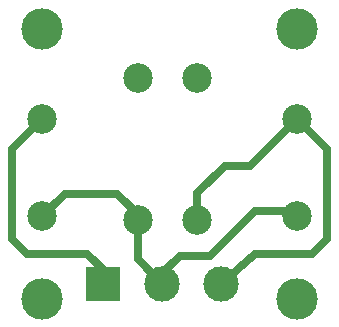
<source format=gbr>
%FSLAX35Y35*%
%MOIN*%
G04 EasyPC Gerber Version 18.0.9 Build 3640 *
%ADD14R,0.11811X0.11811*%
%ADD16C,0.02756*%
%ADD70C,0.09843*%
%ADD13C,0.09843*%
%ADD15C,0.11811*%
%ADD10C,0.13780*%
X0Y0D02*
D02*
D10*
X15801Y15801D03*
Y105801D03*
X100801Y15801D03*
Y105801D03*
D02*
D13*
X15801Y43301D03*
Y75801D03*
X100801Y43301D03*
Y75801D03*
D02*
D14*
X36116Y20801D03*
D02*
D15*
X55801D03*
X75486D03*
D02*
D16*
X36116D02*
Y25486D01*
X30801Y30801*
X10801*
X5801Y35801*
Y65801*
X15801Y75801*
X47770Y42022D02*
Y43833D01*
X40801Y50801*
X23301*
X15801Y43301*
X47770Y42022D02*
Y28833D01*
X55801Y20801*
Y24165*
X61706Y30070*
X71706*
X86706Y45070*
X99032*
X100801Y43301*
X67455Y42022D02*
Y50819D01*
X76706Y60070*
X85070*
X100801Y75801*
X75486Y20801D02*
X86706Y30801D01*
X105801*
X110801Y35801*
Y65801*
X100801Y75801*
D02*
D70*
X47770Y42022D03*
Y89266D03*
X67455Y42022D03*
Y89266D03*
X0Y0D02*
M02*

</source>
